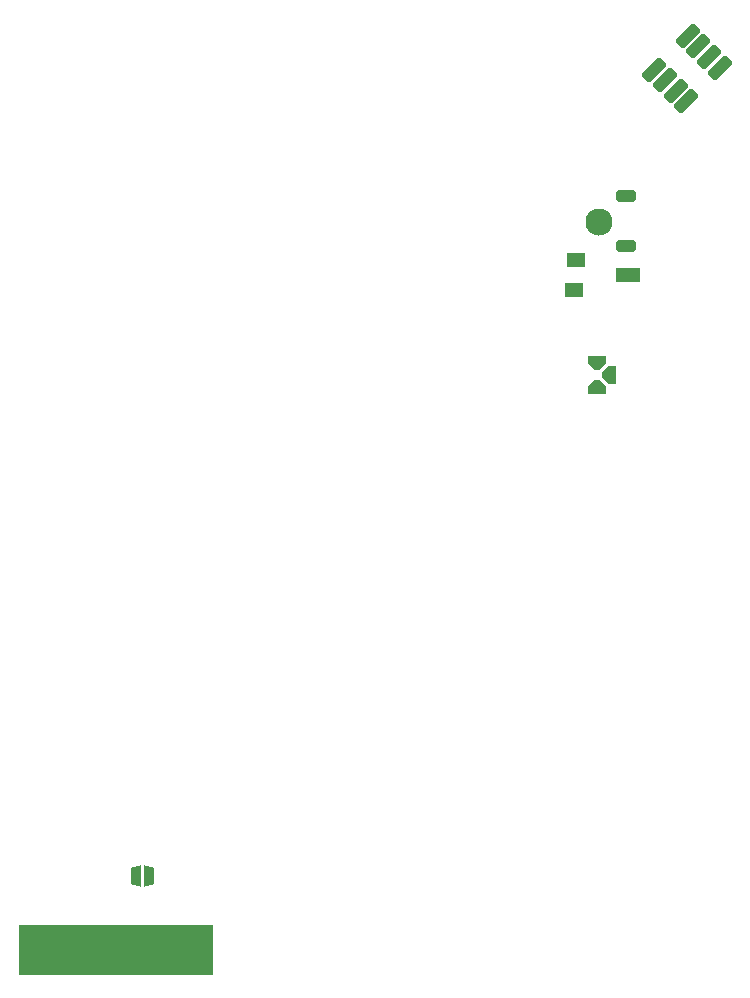
<source format=gbr>
%TF.GenerationSoftware,KiCad,Pcbnew,8.0.4-8.0.4-0~ubuntu24.04.1*%
%TF.CreationDate,2024-08-17T18:05:16+02:00*%
%TF.ProjectId,KSS-220A_Lens_Flex,4b53532d-3232-4304-915f-4c656e735f46,0.1*%
%TF.SameCoordinates,Original*%
%TF.FileFunction,Soldermask,Top*%
%TF.FilePolarity,Negative*%
%FSLAX46Y46*%
G04 Gerber Fmt 4.6, Leading zero omitted, Abs format (unit mm)*
G04 Created by KiCad (PCBNEW 8.0.4-8.0.4-0~ubuntu24.04.1) date 2024-08-17 18:05:16*
%MOMM*%
%LPD*%
G01*
G04 APERTURE LIST*
G04 Aperture macros list*
%AMRoundRect*
0 Rectangle with rounded corners*
0 $1 Rounding radius*
0 $2 $3 $4 $5 $6 $7 $8 $9 X,Y pos of 4 corners*
0 Add a 4 corners polygon primitive as box body*
4,1,4,$2,$3,$4,$5,$6,$7,$8,$9,$2,$3,0*
0 Add four circle primitives for the rounded corners*
1,1,$1+$1,$2,$3*
1,1,$1+$1,$4,$5*
1,1,$1+$1,$6,$7*
1,1,$1+$1,$8,$9*
0 Add four rect primitives between the rounded corners*
20,1,$1+$1,$2,$3,$4,$5,0*
20,1,$1+$1,$4,$5,$6,$7,0*
20,1,$1+$1,$6,$7,$8,$9,0*
20,1,$1+$1,$8,$9,$2,$3,0*%
%AMOutline4P*
0 Free polygon, 4 corners , with rotation*
0 The origin of the aperture is its center*
0 number of corners: always 4*
0 $1 to $8 corner X, Y*
0 $9 Rotation angle, in degrees counterclockwise*
0 create outline with 4 corners*
4,1,4,$1,$2,$3,$4,$5,$6,$7,$8,$1,$2,$9*%
%AMOutline5P*
0 Free polygon, 5 corners , with rotation*
0 The origin of the aperture is its center*
0 number of corners: always 5*
0 $1 to $10 corner X, Y*
0 $11 Rotation angle, in degrees counterclockwise*
0 create outline with 5 corners*
4,1,5,$1,$2,$3,$4,$5,$6,$7,$8,$9,$10,$1,$2,$11*%
%AMOutline6P*
0 Free polygon, 6 corners , with rotation*
0 The origin of the aperture is its center*
0 number of corners: always 6*
0 $1 to $12 corner X, Y*
0 $13 Rotation angle, in degrees counterclockwise*
0 create outline with 6 corners*
4,1,6,$1,$2,$3,$4,$5,$6,$7,$8,$9,$10,$11,$12,$1,$2,$13*%
%AMOutline7P*
0 Free polygon, 7 corners , with rotation*
0 The origin of the aperture is its center*
0 number of corners: always 7*
0 $1 to $14 corner X, Y*
0 $15 Rotation angle, in degrees counterclockwise*
0 create outline with 7 corners*
4,1,7,$1,$2,$3,$4,$5,$6,$7,$8,$9,$10,$11,$12,$13,$14,$1,$2,$15*%
%AMOutline8P*
0 Free polygon, 8 corners , with rotation*
0 The origin of the aperture is its center*
0 number of corners: always 8*
0 $1 to $16 corner X, Y*
0 $17 Rotation angle, in degrees counterclockwise*
0 create outline with 8 corners*
4,1,8,$1,$2,$3,$4,$5,$6,$7,$8,$9,$10,$11,$12,$13,$14,$15,$16,$1,$2,$17*%
G04 Aperture macros list end*
%ADD10C,0.120000*%
%ADD11R,1.600000X1.200000*%
%ADD12R,2.000000X1.200000*%
%ADD13RoundRect,0.178571X-0.671429X0.321429X-0.671429X-0.321429X0.671429X-0.321429X0.671429X0.321429X0*%
%ADD14RoundRect,0.178571X0.671429X-0.321429X0.671429X0.321429X-0.671429X0.321429X-0.671429X-0.321429X0*%
%ADD15C,2.300000*%
%ADD16Outline6P,-0.800000X0.000000X-0.200000X0.600000X0.200000X0.600000X0.800000X0.000000X0.800000X-0.600000X-0.800000X-0.600000X0.000000*%
%ADD17Outline6P,-0.800000X0.000000X-0.200000X0.600000X0.200000X0.600000X0.800000X0.000000X0.800000X-0.600000X-0.800000X-0.600000X90.000000*%
%ADD18Outline6P,-0.800000X0.000000X-0.200000X0.600000X0.200000X0.600000X0.800000X0.000000X0.800000X-0.600000X-0.800000X-0.600000X180.000000*%
%ADD19R,1.200000X0.500000*%
%ADD20R,0.750000X4.000000*%
%ADD21Outline4P,-0.400000X-0.900000X0.400000X-0.700000X0.400000X0.700000X-0.400000X0.900000X0.000000*%
%ADD22Outline4P,-0.400000X-0.900000X0.400000X-0.700000X0.400000X0.700000X-0.400000X0.900000X180.000000*%
%ADD23R,1.200000X0.800000*%
%ADD24RoundRect,0.250000X-0.424264X-0.777817X0.777817X0.424264X0.424264X0.777817X-0.777817X-0.424264X0*%
%ADD25RoundRect,0.250000X0.424264X0.777817X-0.777817X-0.424264X-0.424264X-0.777817X0.777817X0.424264X0*%
G04 APERTURE END LIST*
%TO.C,CN4*%
D10*
X62100000Y-111950000D02*
X45700000Y-111950000D01*
X45700000Y-107850000D01*
X62100000Y-107850000D01*
X62100000Y-111950000D01*
G36*
X62100000Y-111950000D02*
G01*
X45700000Y-111950000D01*
X45700000Y-107850000D01*
X62100000Y-107850000D01*
X62100000Y-111950000D01*
G37*
%TD*%
D11*
%TO.C,RV1*%
X92900000Y-51550000D03*
X92700000Y-54050000D03*
D12*
X97300000Y-52850000D03*
%TD*%
D13*
%TO.C,D1*%
X97150000Y-50350000D03*
D14*
X97150000Y-46150000D03*
%TD*%
D15*
%TO.C,H1*%
X94850000Y-48300000D03*
%TD*%
D16*
%TO.C,CN5*%
X94700000Y-62250000D03*
D17*
X95700000Y-61250000D03*
D18*
X94700000Y-60250000D03*
%TD*%
D19*
%TO.C,CN4*%
X61000000Y-108100000D03*
D20*
X60775000Y-109850000D03*
X59525000Y-109850000D03*
X58275000Y-109850000D03*
D21*
X56750000Y-103700000D03*
D20*
X57025000Y-109850000D03*
D22*
X55650000Y-103700000D03*
D20*
X55775000Y-109850000D03*
X54525000Y-109850000D03*
X53275000Y-109850000D03*
X52025000Y-109850000D03*
X50775000Y-109850000D03*
X49525000Y-109850000D03*
X48275000Y-109850000D03*
X47025000Y-109850000D03*
D23*
X46800000Y-108250000D03*
%TD*%
D24*
%TO.C,CN3*%
X99538748Y-35417175D03*
D25*
X102402530Y-32553393D03*
D24*
X100390812Y-36269239D03*
D25*
X103254594Y-33405457D03*
D24*
X101334799Y-37213226D03*
D25*
X104195046Y-34345909D03*
D24*
X102229289Y-38107716D03*
D25*
X105093071Y-35243934D03*
%TD*%
M02*

</source>
